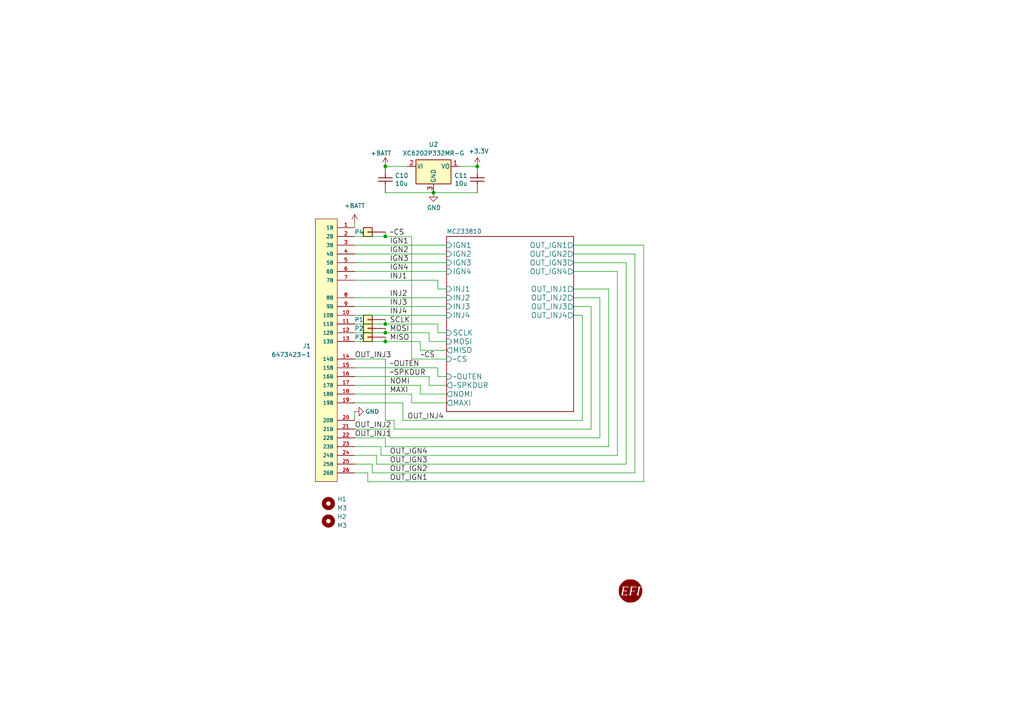
<source format=kicad_sch>
(kicad_sch (version 20230121) (generator eeschema)
  (paper "A4")
  (title_block (title "MC33810 Breakout") (date "2023-11-17") (rev "a") (company "rusEFI.com"))
  (lib_symbols
    (symbol "Mechanical:MountingHole" (pin_names (offset 1.016))
      (property "Reference" "H" (at 0 5.08 0))
      (property "Value" "MountingHole" (at 0 3.175 0))
      (symbol "MountingHole_0_1"
        (circle (center 0 0) (radius 1.27) (stroke (width 1.27)))
      )
    )
    (symbol "Regulator_Linear:LM3480-3.3" (pin_names (offset 0.254))
      (property "Reference" "U" (at -3.81 3.175 0))
      (property "Value" "LM3480-3.3" (at 0 3.175 0))
      (symbol "LM3480-3.3_0_1"
        (rectangle (start -5.08 1.905) (end 5.08 -5.08) (stroke (width 0.254)) (fill (type background)))
      )
      (symbol "LM3480-3.3_1_1"
        (pin power_out line (at 7.62 0 180) (length 2.54) (name "VO") (number "1"))
        (pin power_in line (at -7.62 0 0) (length 2.54) (name "VI") (number "2"))
        (pin power_in line (at 0 -7.62 90) (length 2.54) (name "GND") (number "3"))
      )
    )
    (symbol "TE_6473423-1:6473423-1" (pin_names (offset 1.016))
      (property "Reference" "J" (at 2.54 3.81 0))
      (property "Value" "6473423-1" (at 6.35 3.81 0))
      (symbol "6473423-1_1_0"
        (pin passive line (at 0 0 0) (length 5.08) (name "1B") (number "1"))
        (pin passive line (at 0 -25.4 0) (length 5.08) (name "10B") (number "10"))
        (pin passive line (at 0 -27.94 0) (length 5.08) (name "11B") (number "11"))
        (pin passive line (at 0 -30.48 0) (length 5.08) (name "12B") (number "12"))
        (pin passive line (at 0 -33.02 0) (length 5.08) (name "13B") (number "13"))
        (pin passive line (at 0 -38.1 0) (length 5.08) (name "14B") (number "14"))
        (pin passive line (at 0 -40.64 0) (length 5.08) (name "15B") (number "15"))
        (pin passive line (at 0 -43.18 0) (length 5.08) (name "16B") (number "16"))
        (pin passive line (at 0 -45.72 0) (length 5.08) (name "17B") (number "17"))
        (pin passive line (at 0 -48.26 0) (length 5.08) (name "18B") (number "18"))
        (pin passive line (at 0 -50.8 0) (length 5.08) (name "19B") (number "19"))
        (pin passive line (at 0 -2.54 0) (length 5.08) (name "2B") (number "2"))
        (pin passive line (at 0 -55.88 0) (length 5.08) (name "20B") (number "20"))
        (pin passive line (at 0 -58.42 0) (length 5.08) (name "21B") (number "21"))
        (pin passive line (at 0 -60.96 0) (length 5.08) (name "22B") (number "22"))
        (pin passive line (at 0 -63.5 0) (length 5.08) (name "23B") (number "23"))
        (pin passive line (at 0 -66.04 0) (length 5.08) (name "24B") (number "24"))
        (pin passive line (at 0 -68.58 0) (length 5.08) (name "25B") (number "25"))
        (pin passive line (at 0 -71.12 0) (length 5.08) (name "26B") (number "26"))
        (pin passive line (at 0 -5.08 0) (length 5.08) (name "3B") (number "3"))
        (pin passive line (at 0 -7.62 0) (length 5.08) (name "4B") (number "4"))
        (pin passive line (at 0 -10.16 0) (length 5.08) (name "5B") (number "5"))
        (pin passive line (at 0 -12.7 0) (length 5.08) (name "6B") (number "6"))
        (pin passive line (at 0 -15.24 0) (length 5.08) (name "7B") (number "7"))
        (pin passive line (at 0 -20.32 0) (length 5.08) (name "8B") (number "8"))
        (pin passive line (at 0 -22.86 0) (length 5.08) (name "9B") (number "9"))
      )
      (symbol "6473423-1_1_1"
        (rectangle (start 5.08 2.54) (end 11.43 -73.66) (fill (type background)))
      )
    )
    (symbol "hellen-one-common:Cap" (pin_numbers hide)
      (property "Reference" "C" (at -3.81 2.54 0))
      (property "Value" "Cap" (at -2.54 -1.27 0))
      (symbol "Cap_1_0"
        (polyline (pts (xy -1.27 0) (xy -0.508 0)) (stroke (width 0.254)))
        (polyline (pts (xy -0.508 -2.032) (xy -0.508 2.032)) (stroke (width 0.254)))
        (polyline (pts (xy 0.508 2.032) (xy 0.508 -2.032)) (stroke (width 0.254)))
        (polyline (pts (xy 1.27 0) (xy 0.508 0)) (stroke (width 0.254)))
        (pin passive line (at -3.81 0 0) (length 2.54) (name "") (number "1"))
        (pin passive line (at 3.81 0 180) (length 2.54) (name "") (number "2"))
      )
    )
    (symbol "hellen-one-common:Pad" (pin_numbers hide) (pin_names (offset 1.016) hide)
      (property "Reference" "P" (at 2.54 0 0))
      (symbol "Pad_1_1"
        (rectangle (start -1.27 0.127) (end 0 -0.127) (stroke (width 0.1524)))
        (rectangle (start -1.27 1.27) (end 1.27 -1.27) (stroke (width 0.254)) (fill (type background)))
        (pin passive line (at -5.08 0 0) (length 3.81) (name "Pin_1") (number "1"))
      )
    )
    (symbol "power:+3.3V" (power) (pin_names (offset 0))
      (property "Value" "+3.3V" (at 0 3.556 0))
      (symbol "+3.3V_0_1"
        (polyline (pts (xy -0.762 1.27) (xy 0 2.54)))
        (polyline (pts (xy 0 0) (xy 0 2.54)))
        (polyline (pts (xy 0 2.54) (xy 0.762 1.27)))
      )
      (symbol "+3.3V_1_1"
        (pin power_in line (at 0 0 90) (length 0) hide (name "+3.3V") (number "1"))
      )
    )
    (symbol "power:+BATT" (power) (pin_names (offset 0))
      (property "Value" "+BATT" (at 0 3.556 0))
      (symbol "+BATT_0_1"
        (polyline (pts (xy -0.762 1.27) (xy 0 2.54)))
        (polyline (pts (xy 0 0) (xy 0 2.54)))
        (polyline (pts (xy 0 2.54) (xy 0.762 1.27)))
      )
      (symbol "+BATT_1_1"
        (pin power_in line (at 0 0 90) (length 0) hide (name "+BATT") (number "1"))
      )
    )
    (symbol "power:GND" (power) (pin_names (offset 0))
      (property "Value" "GND" (at 0 -3.81 0))
      (symbol "GND_0_1"
        (polyline (pts (xy 0 0) (xy 0 -1.27) (xy 1.27 -1.27) (xy 0 -2.54) (xy -1.27 -1.27) (xy 0 -1.27)))
      )
      (symbol "GND_1_1"
        (pin power_in line (at 0 0 270) (length 0) hide (name "GND") (number "1"))
      )
    )
    (symbol "rusefi_logo:RUSEFI_LOGO" (pin_names (offset 1.016))
      (symbol "RUSEFI_LOGO_0_0"
        (polyline (pts (xy 3.3528 0.4064) (xy 3.3274 0.5334) (xy 3.2766 0.8636) (xy 3.2004 1.0922) (xy 3.1242 1.2192) (xy 3.048 1.2192) (xy 3.0226 1.1938) (xy 2.8702 1.0922) (xy 2.8448 1.0668) (xy 2.7686 0.889) (xy 2.667 0.5588) (xy 2.5654 0.0762) (xy 2.5146 -0.1778) (xy 2.4384 -0.5588) (xy 2.3876 -0.8128) (xy 2.3876 -0.9906) (xy 2.3876 -1.0668) (xy 2.4384 -1.0922) (xy 2.4892 -1.0922) (xy 2.54 -1.1176) (xy 2.6162 -1.1938) (xy 2.5654 -1.2192) (xy 2.3876 -1.2446) (xy 2.1082 -1.27) (xy 2.0066 -1.27) (xy 1.7526 -1.2446) (xy 1.6256 -1.1938) (xy 1.6002 -1.143) (xy 1.7526 -1.0668) (xy 1.778 -1.0668) (xy 1.8542 -1.016) (xy 1.905 -0.8636) (xy 1.9812 -0.6096) (xy 2.0574 -0.2032) (xy 2.1082 0.0254) (xy 2.159 0.381) (xy 2.2098 0.6858) (xy 2.2606 0.8636) (xy 2.2606 0.9144) (xy 2.2606 1.0668) (xy 2.159 1.1176) (xy 2.1082 1.1176) (xy 2.0828 1.2446) (xy 2.1336 1.2954) (xy 2.3114 1.3462) (xy 2.6416 1.3462) (xy 3.1496 1.3462) (xy 2.9464 1.6764) (xy 2.8956 1.778) (xy 2.4638 2.286) (xy 1.9812 2.7432) (xy 1.7526 2.8956) (xy 1.7526 1.3462) (xy 1.7018 1.0922) (xy 1.651 0.9144) (xy 1.5494 0.8382) (xy 1.4986 0.8636) (xy 1.4986 0.9906) (xy 1.4986 1.016) (xy 1.4732 1.0668) (xy 1.3462 1.0922) (xy 1.0668 1.0922) (xy 0.8636 1.0922) (xy 0.6604 1.0668) (xy 0.5588 1.0414) (xy 0.5334 0.9906) (xy 0.508 0.7874) (xy 0.4572 0.5334) (xy 0.4064 0.0762) (xy 0.6858 0.0762) (xy 0.7112 0.1016) (xy 0.9398 0.127) (xy 1.0668 0.1778) (xy 1.1684 0.254) (xy 1.2192 0.2032) (xy 1.1938 -0.0254) (xy 1.1684 -0.127) (xy 1.0668 -0.2286) (xy 0.9652 -0.254) (xy 0.9398 -0.1778) (xy 0.9144 -0.127) (xy 0.762 -0.0762) (xy 0.5842 -0.0762) (xy 0.4064 -0.127) (xy 0.3048 -0.2032) (xy 0.3048 -0.254) (xy 0.254 -0.4318) (xy 0.2032 -0.7112) (xy 0.2032 -0.7366) (xy 0.1778 -0.9652) (xy 0.2032 -1.0668) (xy 0.2794 -1.0922) (xy 0.3556 -1.1176) (xy 0.4318 -1.1938) (xy 0.3556 -1.2192) (xy 0.1778 -1.2446) (xy -0.0762 -1.27) (xy -0.3302 -1.2446) (xy -0.508 -1.2192) (xy -0.5842 -1.1938) (xy -0.5842 -1.143) (xy -0.4572 -1.0922) (xy -0.4064 -1.0922) (xy -0.3302 -1.0668) (xy -0.3302 -0.9652) (xy -0.2794 -0.7366) (xy -0.2032 -0.381) (xy -0.127 0) (xy -0.0508 0.4572) (xy 0.0254 0.762) (xy 0.0508 0.9652) (xy 0.0762 1.0668) (xy 0.0508 1.0922) (xy 0 1.1176) (xy -0.0508 1.0922) (xy -0.1016 1.1176) (xy -0.1778 1.2192) (xy -0.1524 1.27) (xy -0.0762 1.3208) (xy 0.0762 1.3462) (xy 0.3556 1.3462) (xy 0.7874 1.3462) (xy 1.7526 1.3462) (xy 1.7526 2.8956) (xy 1.4478 3.0734) (xy 1.3462 3.1242) (xy 1.1176 3.2258) (xy 0.9144 3.302) (xy 0.6858 3.3274) (xy 0.381 3.3528) (xy -0.0508 3.3528) (xy -0.1016 3.3528) (xy -0.508 3.3528) (xy -0.5334 3.3528) (xy -0.5334 1.3462) (xy -0.5842 1.0922) (xy -0.635 0.9144) (xy -0.7366 0.8382) (xy -0.7874 0.8636) (xy -0.7874 0.9652) (xy -0.7874 1.016) (xy -0.8128 1.0668) (xy -0.9652 1.0922) (xy -1.2446 1.0922) (xy -1.7526 1.1176) (xy -1.8288 0.635) (xy -1.9304 0.1778) (xy -1.6002 0.1778) (xy -1.524 0.1778) (xy -1.3462 0.2032) (xy -1.27 0.254) (xy -1.27 0.3048) (xy -1.1684 0.3302) (xy -1.143 0.3302) (xy -1.0668 0.2794) (xy -1.0922 0.0762) (xy -1.1684 -0.1016) (xy -1.2446 -0.2286) (xy -1.3208 -0.254) (xy -1.3462 -0.1778) (xy -1.3716 -0.1524) (xy -1.4732 -0.1016) (xy -1.7018 -0.0762) (xy -2.032 -0.0762) (xy -2.0828 -0.5588) (xy -2.1082 -0.7366) (xy -2.1082 -0.9652) (xy -2.0828 -1.0668) (xy -2.0574 -1.0922) (xy -1.905 -1.0922) (xy -1.6764 -1.0668) (xy -1.4478 -1.016) (xy -1.27 -0.9398) (xy -1.1938 -0.889) (xy -1.1684 -0.8128) (xy -1.0668 -0.762) (xy -0.9652 -0.8128) (xy -0.9398 -1.016) (xy -0.9398 -1.27) (xy -1.9558 -1.27) (xy -2.286 -1.27) (xy -2.6416 -1.2446) (xy -2.8702 -1.2192) (xy -2.921 -1.1938) (xy -2.8956 -1.143) (xy -2.7686 -1.0922) (xy -2.7432 -1.0922) (xy -2.667 -0.9398) (xy -2.5654 -0.6096) (xy -2.4638 -0.1524) (xy -2.3876 0.2032) (xy -2.3368 0.5588) (xy -2.2606 0.8128) (xy -2.2352 0.9652) (xy -2.2352 1.0414) (xy -2.3368 1.0922) (xy -2.3876 1.1176) (xy -2.4638 1.2192) (xy -2.4384 1.27) (xy -2.3622 1.3208) (xy -2.2098 1.3462) (xy -1.9304 1.3462) (xy -1.4986 1.3462) (xy -0.5334 1.3462) (xy -0.5334 3.3528) (xy -0.8128 3.3274) (xy -1.0414 3.2766) (xy -1.2446 3.2004) (xy -1.4732 3.0988) (xy -1.8034 2.921) (xy -2.3114 2.4892) (xy -2.7686 2.0066) (xy -3.0988 1.4732) (xy -3.1242 1.4478) (xy -3.2258 1.2192) (xy -3.302 1.016) (xy -3.3274 0.7874) (xy -3.3528 0.4826) (xy -3.3528 0.0508) (xy -3.3528 0) (xy -3.3528 -0.4064) (xy -3.3274 -0.7112) (xy -3.2766 -0.9144) (xy -3.2258 -1.1176) (xy -3.1242 -1.3462) (xy -2.8194 -1.8288) (xy -2.3368 -2.413) (xy -1.7272 -2.8702) (xy -1.0668 -3.1496) (xy -0.9398 -3.2004) (xy -0.4826 -3.2766) (xy 0.127 -3.2766) (xy 0.6858 -3.2258) (xy 1.27 -3.0734) (xy 1.8034 -2.794) (xy 2.3114 -2.3622) (xy 2.4638 -2.2098) (xy 2.8956 -1.651) (xy 3.2004 -0.9906) (xy 3.3528 -0.3048) (xy 3.3528 0.4064) (xy 3.3528 0.4064)) (stroke (width 0.0254)) (fill (type outline)))
      )
    )
  )
  (junction (at 111.76 68.58))
  (junction (at 138.43 48.26))
  (junction (at 111.76 99.06))
  (junction (at 111.76 93.98))
  (junction (at 111.76 96.52))
  (junction (at 111.76 48.26))
  (junction (at 125.73 55.88))
  (wire (pts (xy 102.87 88.9) (xy 129.54 88.9)))
  (wire (pts (xy 110.49 129.54) (xy 102.87 129.54)))
  (wire (pts (xy 121.92 114.3) (xy 129.54 114.3)))
  (wire (pts (xy 127 96.52) (xy 129.54 96.52)))
  (wire (pts (xy 106.68 137.16) (xy 106.68 139.7)))
  (wire (pts (xy 111.76 95.25) (xy 111.76 96.52)))
  (wire (pts (xy 171.45 88.9) (xy 171.45 124.46)))
  (wire (pts (xy 173.99 127) (xy 173.99 86.36)))
  (wire (pts (xy 181.61 134.62) (xy 181.61 76.2)))
  (wire (pts (xy 113.03 124.46) (xy 113.03 127)))
  (wire (pts (xy 127 81.28) (xy 127 83.82)))
  (wire (pts (xy 107.95 134.62) (xy 107.95 137.16)))
  (wire (pts (xy 114.3 121.92) (xy 114.3 124.46)))
  (wire (pts (xy 176.53 83.82) (xy 176.53 129.54)))
  (wire (pts (xy 102.87 119.38) (xy 102.87 121.92)))
  (wire (pts (xy 111.76 67.31) (xy 111.76 68.58)))
  (wire (pts (xy 184.15 73.66) (xy 166.37 73.66)))
  (wire (pts (xy 111.76 121.92) (xy 111.76 104.14)))
  (wire (pts (xy 102.87 73.66) (xy 129.54 73.66)))
  (wire (pts (xy 119.38 68.58) (xy 119.38 104.14)))
  (wire (pts (xy 166.37 88.9) (xy 171.45 88.9)))
  (wire (pts (xy 102.87 86.36) (xy 129.54 86.36)))
  (wire (pts (xy 114.3 121.92) (xy 111.76 121.92)))
  (wire (pts (xy 186.69 139.7) (xy 106.68 139.7)))
  (wire (pts (xy 111.76 97.79) (xy 111.76 99.06)))
  (wire (pts (xy 109.22 132.08) (xy 109.22 134.62)))
  (wire (pts (xy 171.45 124.46) (xy 114.3 124.46)))
  (wire (pts (xy 111.76 104.14) (xy 102.87 104.14)))
  (wire (pts (xy 113.03 127) (xy 173.99 127)))
  (wire (pts (xy 102.87 132.08) (xy 109.22 132.08)))
  (wire (pts (xy 111.76 129.54) (xy 111.76 127)))
  (wire (pts (xy 181.61 76.2) (xy 166.37 76.2)))
  (wire (pts (xy 168.91 91.44) (xy 166.37 91.44)))
  (wire (pts (xy 168.91 121.92) (xy 168.91 91.44)))
  (wire (pts (xy 102.87 68.58) (xy 111.76 68.58)))
  (wire (pts (xy 111.76 127) (xy 102.87 127)))
  (wire (pts (xy 111.76 99.06) (xy 121.92 99.06)))
  (wire (pts (xy 133.35 48.26) (xy 138.43 48.26)))
  (wire (pts (xy 102.87 137.16) (xy 106.68 137.16)))
  (wire (pts (xy 110.49 132.08) (xy 110.49 129.54)))
  (wire (pts (xy 124.46 109.22) (xy 102.87 109.22)))
  (wire (pts (xy 102.87 99.06) (xy 111.76 99.06)))
  (wire (pts (xy 186.69 71.12) (xy 186.69 139.7)))
  (wire (pts (xy 111.76 55.88) (xy 125.73 55.88)))
  (wire (pts (xy 111.76 92.71) (xy 111.76 93.98)))
  (wire (pts (xy 116.84 116.84) (xy 116.84 121.92)))
  (wire (pts (xy 111.76 48.26) (xy 118.11 48.26)))
  (wire (pts (xy 102.87 71.12) (xy 129.54 71.12)))
  (wire (pts (xy 166.37 83.82) (xy 176.53 83.82)))
  (wire (pts (xy 116.84 121.92) (xy 168.91 121.92)))
  (wire (pts (xy 124.46 111.76) (xy 124.46 109.22)))
  (wire (pts (xy 176.53 129.54) (xy 111.76 129.54)))
  (wire (pts (xy 102.87 91.44) (xy 129.54 91.44)))
  (wire (pts (xy 102.87 111.76) (xy 121.92 111.76)))
  (wire (pts (xy 102.87 124.46) (xy 113.03 124.46)))
  (wire (pts (xy 119.38 104.14) (xy 129.54 104.14)))
  (wire (pts (xy 119.38 114.3) (xy 102.87 114.3)))
  (wire (pts (xy 102.87 93.98) (xy 111.76 93.98)))
  (wire (pts (xy 102.87 116.84) (xy 116.84 116.84)))
  (wire (pts (xy 127 93.98) (xy 127 96.52)))
  (wire (pts (xy 129.54 99.06) (xy 124.46 99.06)))
  (wire (pts (xy 184.15 137.16) (xy 184.15 73.66)))
  (wire (pts (xy 102.87 106.68) (xy 127 106.68)))
  (wire (pts (xy 124.46 99.06) (xy 124.46 96.52)))
  (wire (pts (xy 102.87 134.62) (xy 107.95 134.62)))
  (wire (pts (xy 111.76 93.98) (xy 127 93.98)))
  (wire (pts (xy 125.73 55.88) (xy 138.43 55.88)))
  (wire (pts (xy 102.87 64.77) (xy 102.87 66.04)))
  (wire (pts (xy 166.37 71.12) (xy 186.69 71.12)))
  (wire (pts (xy 121.92 101.6) (xy 129.54 101.6)))
  (wire (pts (xy 127 109.22) (xy 129.54 109.22)))
  (wire (pts (xy 179.07 78.74) (xy 179.07 132.08)))
  (wire (pts (xy 109.22 134.62) (xy 181.61 134.62)))
  (wire (pts (xy 129.54 116.84) (xy 119.38 116.84)))
  (wire (pts (xy 127 83.82) (xy 129.54 83.82)))
  (wire (pts (xy 121.92 99.06) (xy 121.92 101.6)))
  (wire (pts (xy 173.99 86.36) (xy 166.37 86.36)))
  (wire (pts (xy 102.87 78.74) (xy 129.54 78.74)))
  (wire (pts (xy 111.76 68.58) (xy 119.38 68.58)))
  (wire (pts (xy 102.87 76.2) (xy 129.54 76.2)))
  (wire (pts (xy 179.07 132.08) (xy 110.49 132.08)))
  (wire (pts (xy 166.37 78.74) (xy 179.07 78.74)))
  (wire (pts (xy 119.38 116.84) (xy 119.38 114.3)))
  (wire (pts (xy 107.95 137.16) (xy 184.15 137.16)))
  (wire (pts (xy 129.54 111.76) (xy 124.46 111.76)))
  (wire (pts (xy 111.76 96.52) (xy 102.87 96.52)))
  (wire (pts (xy 102.87 81.28) (xy 127 81.28)))
  (wire (pts (xy 121.92 111.76) (xy 121.92 114.3)))
  (wire (pts (xy 124.46 96.52) (xy 111.76 96.52)))
  (wire (pts (xy 127 106.68) (xy 127 109.22)))
  (label "~CS" (at 121.92 104.14 0) (effects (font (size 1.524 1.524))))
  (label "SCLK" (at 113.03 93.98 0) (effects (font (size 1.524 1.524))))
  (label "OUT_IGN1" (at 113.03 139.7 0) (effects (font (size 1.524 1.524))))
  (label "OUT_INJ1" (at 102.87 127 0) (effects (font (size 1.524 1.524))))
  (label "INJ1" (at 113.03 81.28 0) (effects (font (size 1.524 1.524))))
  (label "MISO" (at 113.03 99.06 0) (effects (font (size 1.524 1.524))))
  (label "INJ2" (at 113.03 86.36 0) (effects (font (size 1.524 1.524))))
  (label "IGN4" (at 113.03 78.74 0) (effects (font (size 1.524 1.524))))
  (label "IGN1" (at 113.03 71.12 0) (effects (font (size 1.524 1.524))))
  (label "MOSI" (at 113.03 96.52 0) (effects (font (size 1.524 1.524))))
  (label "OUT_IGN4" (at 113.03 132.08 0) (effects (font (size 1.524 1.524))))
  (label "INJ4" (at 113.03 91.44 0) (effects (font (size 1.524 1.524))))
  (label "~SPKDUR" (at 113.049 109.22 0) (effects (font (size 1.524 1.524))))
  (label "OUT_IGN3" (at 113.03 134.62 0) (effects (font (size 1.524 1.524))))
  (label "~CS" (at 113.03 68.58 0) (effects (font (size 1.524 1.524))))
  (label "IGN3" (at 113.03 76.2 0) (effects (font (size 1.524 1.524))))
  (label "NOMI" (at 113.03 111.76 0) (effects (font (size 1.524 1.524))))
  (label "OUT_INJ3" (at 102.87 104.14 0) (effects (font (size 1.524 1.524))))
  (label "INJ3" (at 113.03 88.9 0) (effects (font (size 1.524 1.524))))
  (label "OUT_IGN2" (at 113.03 137.16 0) (effects (font (size 1.524 1.524))))
  (label "OUT_INJ2" (at 102.87 124.46 0) (effects (font (size 1.524 1.524))))
  (label "IGN2" (at 113.03 73.66 0) (effects (font (size 1.524 1.524))))
  (label "OUT_INJ4" (at 118.11 121.92 0) (effects (font (size 1.524 1.524))))
  (label "~OUTEN" (at 113.03 106.68 0) (effects (font (size 1.524 1.524))))
  (label "MAXI" (at 113.03 114.3 0) (effects (font (size 1.524 1.524))))
  (symbol (lib_id "Regulator_Linear:LM3480-3.3") (at 125.73 48.26 0) (unit 1)
    (property "Reference" "U2" (at 125.73 41.91 0))
    (property "Value" "XC6202P332MR-G" (at 125.73 44.45 0))
    (property "Footprint" "Package_TO_SOT_SMD:SOT-23" (effects hide))
    (property "Datasheet" "https://datasheet.lcsc.com/lcsc/2304140030_Torex-Semicon-XC6202P332MR-G_C47374.pdf" (effects hide))
    (property "LCSC" "C47374" (effects hide))
  )
  (symbol (lib_id "rusefi_logo:RUSEFI_LOGO") (at 182.88 171.45 0) (unit 1)
    (property "Reference" "G1" (effects hide))
    (property "Value" "RUSEFI_LOGO" (effects hide))
    (property "Footprint" "kicad6-libraries:rusefi_logo" (effects hide))
  )
  (symbol (lib_id "power:+3.3V") (at 138.43 48.26 0) (unit 1)
    (property "Reference" "#PWR012" (effects hide))
    (property "Value" "+3.3V" (at 138.811 43.8658 0))
  )
  (symbol (lib_id "power:+BATT") (at 102.87 64.77 0) (unit 1)
    (property "Reference" "#PWR01" (effects hide))
    (property "Value" "+BATT" (at 102.87 59.69 0))
  )
  (symbol (lib_id "hellen-one-common:Pad") (at 106.68 97.79 0) (mirror y) (unit 1)
    (property "Reference" "P3" (at 104.14 97.79 0))
    (property "Value" "Pad" (effects hide))
    (property "Footprint" "hellen-one-common:PAD-TH" (effects hide))
  )
  (symbol (lib_id "Mechanical:MountingHole") (at 95.25 151.13 0) (unit 1)
    (property "Reference" "H2" (at 97.79 149.86 0) (effects (justify left)))
    (property "Value" "M3" (at 97.79 152.4 0) (effects (justify left)))
    (property "Footprint" "MountingHole:MountingHole_3.2mm_M3_ISO14580" (effects hide))
  )
  (symbol (lib_id "hellen-one-common:Pad") (at 106.68 95.25 0) (mirror y) (unit 1)
    (property "Reference" "P2" (at 104.14 95.25 0))
    (property "Value" "Pad" (effects hide))
    (property "Footprint" "hellen-one-common:PAD-TH" (effects hide))
  )
  (symbol (lib_id "Mechanical:MountingHole") (at 95.25 146.05 0) (unit 1)
    (property "Reference" "H1" (at 97.79 144.78 0) (effects (justify left)))
    (property "Value" "M3" (at 97.79 147.32 0) (effects (justify left)))
    (property "Footprint" "MountingHole:MountingHole_3.2mm_M3_ISO14580" (effects hide))
  )
  (symbol (lib_id "hellen-one-common:Cap") (at 111.76 52.07 90) (unit 1)
    (property "Reference" "C10" (at 114.5541 50.9206 90) (effects (justify right)))
    (property "Value" "10u" (at 114.5541 53.2193 90) (effects (justify right)))
    (property "Footprint" "Capacitor_SMD:C_0805_2012Metric" (effects hide))
    (property "LCSC" "C15850" (effects hide))
  )
  (symbol (lib_id "hellen-one-common:Pad") (at 106.68 67.31 0) (mirror y) (unit 1)
    (property "Reference" "P4" (at 104.14 67.31 0))
    (property "Value" "Pad" (effects hide))
    (property "Footprint" "hellen-one-common:PAD-TH" (effects hide))
  )
  (symbol (lib_id "hellen-one-common:Pad") (at 106.68 92.71 0) (mirror y) (unit 1)
    (property "Reference" "P1" (at 104.14 92.71 0))
    (property "Value" "Pad" (effects hide))
    (property "Footprint" "hellen-one-common:PAD-TH" (effects hide))
  )
  (symbol (lib_id "power:GND") (at 125.73 55.88 0) (unit 1)
    (property "Reference" "#PWR02" (effects hide))
    (property "Value" "GND" (at 125.857 60.2742 0))
  )
  (symbol (lib_id "power:+BATT") (at 111.76 48.26 0) (unit 1)
    (property "Reference" "#PWR014" (effects hide))
    (property "Value" "+BATT" (at 110.49 44.45 0))
  )
  (symbol (lib_id "hellen-one-common:Cap") (at 138.43 52.07 270) (mirror x) (unit 1)
    (property "Reference" "C11" (at 135.6359 50.9206 90) (effects (justify right)))
    (property "Value" "10u" (at 135.6359 53.2193 90) (effects (justify right)))
    (property "Footprint" "Capacitor_SMD:C_0805_2012Metric" (effects hide))
    (property "LCSC" "C15850" (effects hide))
  )
  (symbol (lib_id "TE_6473423-1:6473423-1") (at 102.87 66.04 0) (mirror y) (unit 1)
    (property "Reference" "J1" (at 90.17 100.33 0) (effects (justify left)))
    (property "Value" "6473423-1" (at 90.17 102.87 0) (effects (justify left)))
    (property "Footprint" "Connectors:6473423-1" (effects hide))
    (property "Comment" "6473423-1" (effects hide))
  )
  (symbol (lib_id "power:GND") (at 102.87 119.38 90) (unit 1)
    (property "Reference" "#PWR013" (effects hide))
    (property "Value" "GND" (at 107.95 119.38 90))
  )
  (sheet (at 129.54 68.58) (size 36.83 50.8) (stroke (width 0.1524))
    (property "Sheetname" "MCZ33810" (at 129.54 67.8684 0) (effects (justify left bottom)))
    (property "Sheetfile" "MCZ33810.kicad_sch" (effects hide))
    (pin "~SPKDUR" output (at 129.54 111.76 180) (effects (font (size 1.524 1.524))))
    (pin "SCLK" input (at 129.54 96.52 180) (effects (font (size 1.524 1.524))))
    (pin "MOSI" input (at 129.54 99.06 180) (effects (font (size 1.524 1.524))))
    (pin "MISO" output (at 129.54 101.6 180) (effects (font (size 1.524 1.524))))
    (pin "MAXI" output (at 129.54 116.84 180) (effects (font (size 1.524 1.524))))
    (pin "NOMI" output (at 129.54 114.3 180) (effects (font (size 1.524 1.524))))
    (pin "~OUTEN" input (at 129.54 109.22 180) (effects (font (size 1.524 1.524))))
    (pin "~CS" input (at 129.54 104.14 180) (effects (font (size 1.524 1.524))))
    (pin "OUT_IGN4" output (at 166.37 78.74 0) (effects (font (size 1.524 1.524))))
    (pin "OUT_IGN3" output (at 166.37 76.2 0) (effects (font (size 1.524 1.524))))
    (pin "OUT_IGN1" output (at 166.37 71.12 0) (effects (font (size 1.524 1.524))))
    (pin "OUT_IGN2" output (at 166.37 73.66 0) (effects (font (size 1.524 1.524))))
    (pin "OUT_INJ3" output (at 166.37 88.9 0) (effects (font (size 1.524 1.524))))
    (pin "OUT_INJ1" output (at 166.37 83.82 0) (effects (font (size 1.524 1.524))))
    (pin "OUT_INJ2" output (at 166.37 86.36 0) (effects (font (size 1.524 1.524))))
    (pin "OUT_INJ4" output (at 166.37 91.44 0) (effects (font (size 1.524 1.524))))
    (pin "IGN3" input (at 129.54 76.2 180) (effects (font (size 1.524 1.524))))
    (pin "IGN4" input (at 129.54 78.74 180) (effects (font (size 1.524 1.524))))
    (pin "IGN2" input (at 129.54 73.66 180) (effects (font (size 1.524 1.524))))
    (pin "IGN1" input (at 129.54 71.12 180) (effects (font (size 1.524 1.524))))
    (pin "INJ3" input (at 129.54 88.9 180) (effects (font (size 1.524 1.524))))
    (pin "INJ2" input (at 129.54 86.36 180) (effects (font (size 1.524 1.524))))
    (pin "INJ1" input (at 129.54 83.82 180) (effects (font (size 1.524 1.524))))
    (pin "INJ4" input (at 129.54 91.44 180) (effects (font (size 1.524 1.524))))
  )
)
</source>
